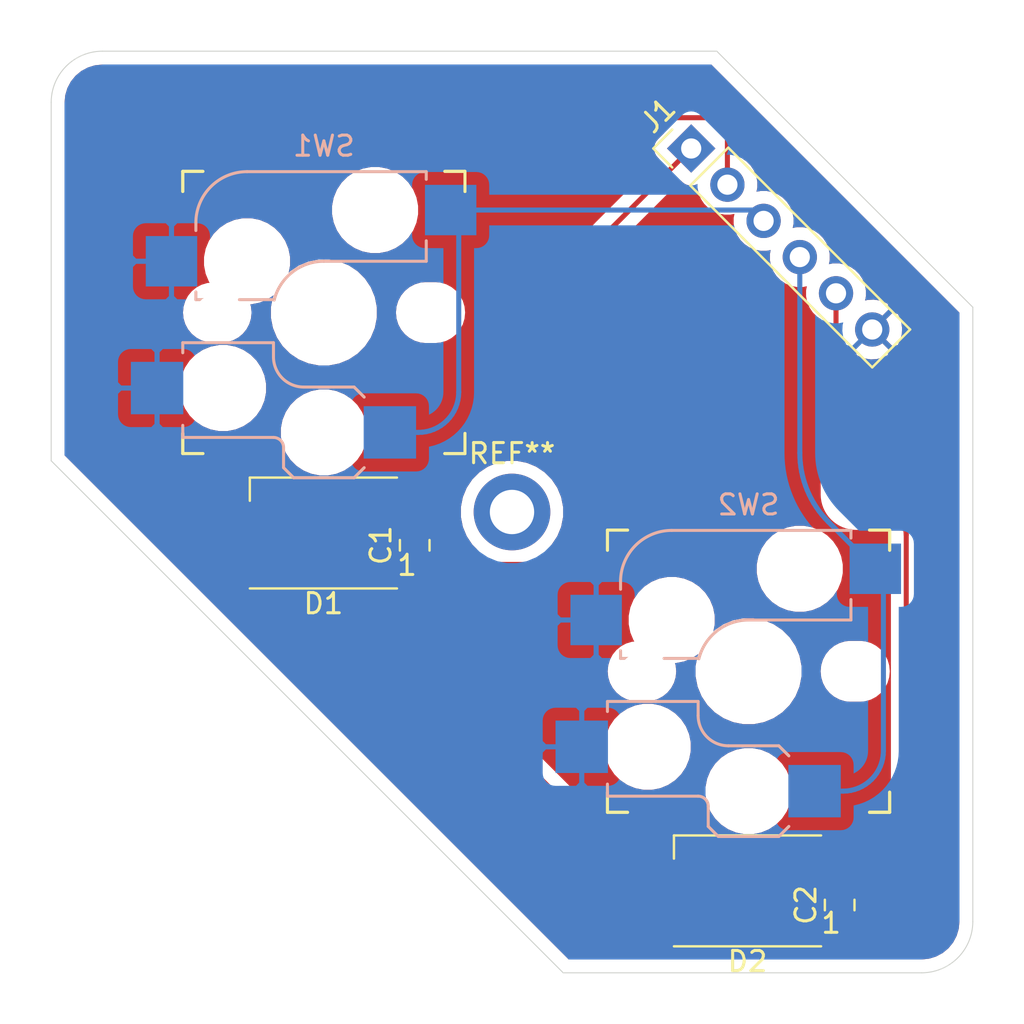
<source format=kicad_pcb>
(kicad_pcb (version 20221018) (generator pcbnew)
  (layers (0 "F.Cu" signal) (31 "B.Cu" signal) (34 "B.Paste" user) (35 "F.Paste" user) (36 "B.SilkS" user "B.Silkscreen") (37 "F.SilkS" user "F.Silkscreen") (38 "B.Mask" user) (39 "F.Mask" user) (44 "Edge.Cuts" user))
  (net 0 "")
  (net 1 "GND")
  (net 2 "+5V")
  (net 3 "LED_OUT")
  (net 4 "LED_IN")
  (net 5 "BTN_MODY")
  (net 6 "BTN_MODX")
  (net 7 "Net-(D1-Pad2)")
  (footprint "Capacitor_SMD:C_0805_2012Metric" (layer "F.Cu") (at 139.954 95.631 90)
    (fp_text reference "C1" (at 0 -1.68 90) (layer "F.SilkS"))
    (fp_text value "C")
    (fp_line (start -0.261252 -0.735) (end 0.261252 -0.735) (stroke (width 0.12)) (layer "F.SilkS"))
    (fp_line (start -0.261252 0.735) (end 0.261252 0.735) (stroke (width 0.12)) (layer "F.SilkS"))
    (pad "1" smd roundrect (at -0.95 0 90) (size 1 1.45) (layers "F.Cu" "F.Paste" "F.Mask") (net 2 "+5V"))
    (pad "2" smd roundrect (at 0.95 0 90) (size 1 1.45) (layers "F.Cu" "F.Paste" "F.Mask") (net 1 "GND"))
  )
  (footprint "LED_SMD:LED_WS2812B_PLCC4_5.0x5.0mm_P3.2mm" (layer "F.Cu") (at 135.424 95.023 180)
    (fp_text reference "D1" (at 0 -3.5) (layer "F.SilkS"))
    (fp_text value "WS2812B")
    (fp_text user "1" (at -4.15 -1.6) (layer "F.SilkS"))
    (fp_line (start -3.65 -2.75) (end 3.65 -2.75) (stroke (width 0.12)) (layer "F.SilkS"))
    (fp_line (start -3.65 2.75) (end 3.65 2.75) (stroke (width 0.12)) (layer "F.SilkS"))
    (fp_line (start 3.65 2.75) (end 3.65 1.6) (stroke (width 0.12)) (layer "F.SilkS"))
    (pad "1" smd rect (at -2.45 -1.6 180) (size 1.5 1) (layers "F.Cu" "F.Paste" "F.Mask") (net 2 "+5V"))
    (pad "2" smd rect (at -2.45 1.6 180) (size 1.5 1) (layers "F.Cu" "F.Paste" "F.Mask") (net 7 "Net-(D1-Pad2)"))
    (pad "3" smd rect (at 2.45 1.6 180) (size 1.5 1) (layers "F.Cu" "F.Paste" "F.Mask") (net 1 "GND"))
    (pad "4" smd rect (at 2.45 -1.6 180) (size 1.5 1) (layers "F.Cu" "F.Paste" "F.Mask") (net 4 "LED_IN"))
  )
  (footprint "Connector_PinHeader_2.54mm:PinHeader_1x06_P2.54mm_Vertical" (layer "F.Cu") (at 153.67 75.946 45)
    (fp_text reference "J1" (at 0 -2.33 45) (layer "F.SilkS"))
    (fp_text value "Conn_01x06")
    (fp_line (start -1.33 -1.33) (end 0 -1.33) (stroke (width 0.12)) (layer "F.SilkS"))
    (fp_line (start -1.33 0) (end -1.33 -1.33) (stroke (width 0.12)) (layer "F.SilkS"))
    (fp_line (start -1.33 1.27) (end -1.33 14.03) (stroke (width 0.12)) (layer "F.SilkS"))
    (fp_line (start -1.33 1.27) (end 1.33 1.27) (stroke (width 0.12)) (layer "F.SilkS"))
    (fp_line (start -1.33 14.03) (end 1.33 14.03) (stroke (width 0.12)) (layer "F.SilkS"))
    (fp_line (start 1.33 1.27) (end 1.33 14.03) (stroke (width 0.12)) (layer "F.SilkS"))
    (pad "1" thru_hole rect (at 0 0 45) (size 1.7 1.7) (drill 1) (layers "*.Cu" "*.Mask") (net 2 "+5V"))
    (pad "2" thru_hole oval (at 0 2.54 45) (size 1.7 1.7) (drill 1) (layers "*.Cu" "*.Mask") (net 4 "LED_IN"))
    (pad "3" thru_hole oval (at 0 5.08 45) (size 1.7 1.7) (drill 1) (layers "*.Cu" "*.Mask") (net 6 "BTN_MODX"))
    (pad "4" thru_hole oval (at 0 7.62 45) (size 1.7 1.7) (drill 1) (layers "*.Cu" "*.Mask") (net 5 "BTN_MODY"))
    (pad "5" thru_hole oval (at 0 10.16 45) (size 1.7 1.7) (drill 1) (layers "*.Cu" "*.Mask") (net 3 "LED_OUT"))
    (pad "6" thru_hole oval (at 0 12.7 45) (size 1.7 1.7) (drill 1) (layers "*.Cu" "*.Mask") (net 1 "GND"))
  )
  (footprint "mx+choc_socket:MX+Choc_socket" (layer "F.Cu") (at 137.986999 79.001)
    (fp_text reference "SW1" (at -2.54 -3.175) (layer "B.SilkS") (effects (justify mirror)))
    (fp_text value "SW_Push")
    (fp_line (start -9.54 6.58) (end -9.54 7.08) (stroke (width 0.15)) (layer "B.SilkS"))
    (fp_line (start -9.54 10.68) (end -9.54 11.28) (stroke (width 0.15)) (layer "B.SilkS"))
    (fp_line (start -9.54 11.28) (end -5.04 11.28) (stroke (width 0.15)) (layer "B.SilkS"))
    (fp_line (start -8.89 0.635) (end -8.89 1.016) (stroke (width 0.15)) (layer "B.SilkS"))
    (fp_line (start -8.89 4.064) (end -8.89 4.445) (stroke (width 0.15)) (layer "B.SilkS"))
    (fp_line (start -8.509 4.445) (end -8.89 4.445) (stroke (width 0.15)) (layer "B.SilkS"))
    (fp_line (start -6.35 -1.905) (end 2.54 -1.905) (stroke (width 0.15)) (layer "B.SilkS"))
    (fp_line (start -5.04 6.58) (end -9.54 6.58) (stroke (width 0.15)) (layer "B.SilkS"))
    (fp_line (start -5.04 7.28) (end -5.04 6.58) (stroke (width 0.15)) (layer "B.SilkS"))
    (fp_line (start -5.004162 4.445) (end -6.731 4.445) (stroke (width 0.15)) (layer "B.SilkS"))
    (fp_line (start -4.54 11.78) (end -4.54 12.78) (stroke (width 0.15)) (layer "B.SilkS"))
    (fp_line (start -4.04 13.28) (end -4.54 12.78) (stroke (width 0.15)) (layer "B.SilkS"))
    (fp_line (start -1.04 8.78) (end -3.54 8.78) (stroke (width 0.15)) (layer "B.SilkS"))
    (fp_line (start -1.04 13.28) (end -4.04 13.28) (stroke (width 0.15)) (layer "B.SilkS"))
    (fp_line (start -0.54 9.28) (end -1.04 8.78) (stroke (width 0.15)) (layer "B.SilkS"))
    (fp_line (start -0.54 12.78) (end -1.04 13.28) (stroke (width 0.15)) (layer "B.SilkS"))
    (fp_line (start 2.54 -1.905) (end 2.54 -1.524) (stroke (width 0.15)) (layer "B.SilkS"))
    (fp_line (start 2.54 1.524) (end 2.54 2.54) (stroke (width 0.15)) (layer "B.SilkS"))
    (fp_line (start 2.54 2.54) (end -2.54 2.54) (stroke (width 0.15)) (layer "B.SilkS"))
    (fp_arc (start -8.89 0.635) (mid -8.146051 -1.161051) (end -6.35 -1.905) (stroke (width 0.15)) (layer "B.SilkS"))
    (fp_arc (start -5.04 11.28) (mid -4.686447 11.426447) (end -4.54 11.78) (stroke (width 0.15)) (layer "B.SilkS"))
    (fp_arc (start -5.004162 4.46396) (mid -4.103147 3.077958) (end -2.54 2.54) (stroke (width 0.15)) (layer "B.SilkS"))
    (fp_arc (start -3.54 8.78) (mid -4.60066 8.34066) (end -5.04 7.28) (stroke (width 0.15)) (layer "B.SilkS"))
    (fp_line (start -9.54 -0.92) (end -9.54 -1.92) (stroke (width 0.15)) (layer "F.SilkS"))
    (fp_line (start -9.54 -0.92) (end -9.54 -1.92) (stroke (width 0.15)) (layer "F.SilkS"))
    (fp_line (start -9.54 12.08) (end -9.54 11.08) (stroke (width 0.15)) (layer "F.SilkS"))
    (fp_line (start -9.54 12.08) (end -9.54 11.08) (stroke (width 0.15)) (layer "F.SilkS"))
    (fp_line (start -9.54 12.08) (end -8.54 12.08) (stroke (width 0.15)) (layer "F.SilkS"))
    (fp_line (start -9.54 12.08) (end -8.54 12.08) (stroke (width 0.15)) (layer "F.SilkS"))
    (fp_line (start -8.54 -1.92) (end -9.54 -1.92) (stroke (width 0.15)) (layer "F.SilkS"))
    (fp_line (start -8.54 -1.92) (end -9.54 -1.92) (stroke (width 0.15)) (layer "F.SilkS"))
    (fp_line (start 3.46 12.08) (end 4.46 12.08) (stroke (width 0.15)) (layer "F.SilkS"))
    (fp_line (start 3.46 12.08) (end 4.46 12.08) (stroke (width 0.15)) (layer "F.SilkS"))
    (fp_line (start 4.46 -1.92) (end 3.46 -1.92) (stroke (width 0.15)) (layer "F.SilkS"))
    (fp_line (start 4.46 -1.92) (end 3.46 -1.92) (stroke (width 0.15)) (layer "F.SilkS"))
    (fp_line (start 4.46 -1.92) (end 4.46 -0.92) (stroke (width 0.15)) (layer "F.SilkS"))
    (fp_line (start 4.46 -1.92) (end 4.46 -0.92) (stroke (width 0.15)) (layer "F.SilkS"))
    (fp_line (start 4.46 11.08) (end 4.46 12.08) (stroke (width 0.15)) (layer "F.SilkS"))
    (fp_line (start 4.46 11.08) (end 4.46 12.08) (stroke (width 0.15)) (layer "F.SilkS"))
    (fp_line (start 4.46 12.08) (end 3.46 12.08) (stroke (width 0.15)) (layer "F.SilkS"))
    (pad "" np_thru_hole oval (at -7.82828 5.08508) (size 2.12 1.7) (drill oval 2.12 1.7) (layers "*.Cu" "*.Mask"))
    (pad "" np_thru_hole circle (at -7.54 8.83) (size 3 3) (drill 3) (layers "*.Cu" "*.Mask"))
    (pad "" np_thru_hole circle (at -6.35 2.54) (size 3 3) (drill 3) (layers "*.Cu" "*.Mask"))
    (pad "" np_thru_hole circle (at -2.54 5.08) (size 3.9878 3.9878) (drill 3.9878) (layers "*.Cu" "*.Mask"))
    (pad "" np_thru_hole circle (at -2.54 11.03) (size 3 3) (drill 3) (layers "*.Cu" "*.Mask"))
    (pad "" np_thru_hole circle (at 0 0) (size 3 3) (drill 3) (layers "*.Cu" "*.Mask"))
    (pad "" np_thru_hole oval (at 2.75082 5.08508) (size 2.15 1.75) (drill oval 2.15 1.75) (layers "*.Cu" "*.Mask"))
    (pad "1" smd rect (at 0.735 11.03) (size 2.6 2.6) (layers "B.Cu" "B.Paste" "B.Mask") (net 6 "BTN_MODX"))
    (pad "1" smd rect (at 3.75 0) (size 2.55 2.5) (layers "B.Cu" "B.Paste" "B.Mask") (net 6 "BTN_MODX"))
    (pad "2" smd rect (at -10.815 8.83) (size 2.6 2.6) (layers "B.Cu" "B.Paste" "B.Mask") (net 1 "GND"))
    (pad "2" smd rect (at -10.1 2.54) (size 2.55 2.5) (layers "B.Cu" "B.Paste" "B.Mask") (net 1 "GND"))
  )
  (footprint "mx+choc_socket:MX+Choc_socket" (layer "F.Cu") (at 159.054999 96.798)
    (fp_text reference "SW2" (at -2.54 -3.175) (layer "B.SilkS") (effects (justify mirror)))
    (fp_text value "SW_Push")
    (fp_line (start -9.54 6.58) (end -9.54 7.08) (stroke (width 0.15)) (layer "B.SilkS"))
    (fp_line (start -9.54 10.68) (end -9.54 11.28) (stroke (width 0.15)) (layer "B.SilkS"))
    (fp_line (start -9.54 11.28) (end -5.04 11.28) (stroke (width 0.15)) (layer "B.SilkS"))
    (fp_line (start -8.89 0.635) (end -8.89 1.016) (stroke (width 0.15)) (layer "B.SilkS"))
    (fp_line (start -8.89 4.064) (end -8.89 4.445) (stroke (width 0.15)) (layer "B.SilkS"))
    (fp_line (start -8.509 4.445) (end -8.89 4.445) (stroke (width 0.15)) (layer "B.SilkS"))
    (fp_line (start -6.35 -1.905) (end 2.54 -1.905) (stroke (width 0.15)) (layer "B.SilkS"))
    (fp_line (start -5.04 6.58) (end -9.54 6.58) (stroke (width 0.15)) (layer "B.SilkS"))
    (fp_line (start -5.04 7.28) (end -5.04 6.58) (stroke (width 0.15)) (layer "B.SilkS"))
    (fp_line (start -5.004162 4.445) (end -6.731 4.445) (stroke (width 0.15)) (layer "B.SilkS"))
    (fp_line (start -4.54 11.78) (end -4.54 12.78) (stroke (width 0.15)) (layer "B.SilkS"))
    (fp_line (start -4.04 13.28) (end -4.54 12.78) (stroke (width 0.15)) (layer "B.SilkS"))
    (fp_line (start -1.04 8.78) (end -3.54 8.78) (stroke (width 0.15)) (layer "B.SilkS"))
    (fp_line (start -1.04 13.28) (end -4.04 13.28) (stroke (width 0.15)) (layer "B.SilkS"))
    (fp_line (start -0.54 9.28) (end -1.04 8.78) (stroke (width 0.15)) (layer "B.SilkS"))
    (fp_line (start -0.54 12.78) (end -1.04 13.28) (stroke (width 0.15)) (layer "B.SilkS"))
    (fp_line (start 2.54 -1.905) (end 2.54 -1.524) (stroke (width 0.15)) (layer "B.SilkS"))
    (fp_line (start 2.54 1.524) (end 2.54 2.54) (stroke (width 0.15)) (layer "B.SilkS"))
    (fp_line (start 2.54 2.54) (end -2.54 2.54) (stroke (width 0.15)) (layer "B.SilkS"))
    (fp_arc (start -8.89 0.635) (mid -8.146051 -1.161051) (end -6.35 -1.905) (stroke (width 0.15)) (layer "B.SilkS"))
    (fp_arc (start -5.04 11.28) (mid -4.686447 11.426447) (end -4.54 11.78) (stroke (width 0.15)) (layer "B.SilkS"))
    (fp_arc (start -5.004162 4.46396) (mid -4.103147 3.077958) (end -2.54 2.54) (stroke (width 0.15)) (layer "B.SilkS"))
    (fp_arc (start -3.54 8.78) (mid -4.60066 8.34066) (end -5.04 7.28) (stroke (width 0.15)) (layer "B.SilkS"))
    (fp_line (start -9.54 -0.92) (end -9.54 -1.92) (stroke (width 0.15)) (layer "F.SilkS"))
    (fp_line (start -9.54 -0.92) (end -9.54 -1.92) (stroke (width 0.15)) (layer "F.SilkS"))
    (fp_line (start -9.54 12.08) (end -9.54 11.08) (stroke (width 0.15)) (layer "F.SilkS"))
    (fp_line (start -9.54 12.08) (end -9.54 11.08) (stroke (width 0.15)) (layer "F.SilkS"))
    (fp_line (start -9.54 12.08) (end -8.54 12.08) (stroke (width 0.15)) (layer "F.SilkS"))
    (fp_line (start -9.54 12.08) (end -8.54 12.08) (stroke (width 0.15)) (layer "F.SilkS"))
    (fp_line (start -8.54 -1.92) (end -9.54 -1.92) (stroke (width 0.15)) (layer "F.SilkS"))
    (fp_line (start -8.54 -1.92) (end -9.54 -1.92) (stroke (width 0.15)) (layer "F.SilkS"))
    (fp_line (start 3.46 12.08) (end 4.46 12.08) (stroke (width 0.15)) (layer "F.SilkS"))
    (fp_line (start 3.46 12.08) (end 4.46 12.08) (stroke (width 0.15)) (layer "F.SilkS"))
    (fp_line (start 4.46 -1.92) (end 3.46 -1.92) (stroke (width 0.15)) (layer "F.SilkS"))
    (fp_line (start 4.46 -1.92) (end 3.46 -1.92) (stroke (width 0.15)) (layer "F.SilkS"))
    (fp_line (start 4.46 -1.92) (end 4.46 -0.92) (stroke (width 0.15)) (layer "F.SilkS"))
    (fp_line (start 4.46 -1.92) (end 4.46 -0.92) (stroke (width 0.15)) (layer "F.SilkS"))
    (fp_line (start 4.46 11.08) (end 4.46 12.08) (stroke (width 0.15)) (layer "F.SilkS"))
    (fp_line (start 4.46 11.08) (end 4.46 12.08) (stroke (width 0.15)) (layer "F.SilkS"))
    (fp_line (start 4.46 12.08) (end 3.46 12.08) (stroke (width 0.15)) (layer "F.SilkS"))
    (pad "" np_thru_hole oval (at -7.82828 5.08508) (size 2.12 1.7) (drill oval 2.12 1.7) (layers "*.Cu" "*.Mask"))
    (pad "" np_thru_hole circle (at -7.54 8.83) (size 3 3) (drill 3) (layers "*.Cu" "*.Mask"))
    (pad "" np_thru_hole circle (at -6.35 2.54) (size 3 3) (drill 3) (layers "*.Cu" "*.Mask"))
    (pad "" np_thru_hole circle (at -2.54 5.08) (size 3.9878 3.9878) (drill 3.9878) (layers "*.Cu" "*.Mask"))
    (pad "" np_thru_hole circle (at -2.54 11.03) (size 3 3) (drill 3) (layers "*.Cu" "*.Mask"))
    (pad "" np_thru_hole circle (at 0 0) (size 3 3) (drill 3) (layers "*.Cu" "*.Mask"))
    (pad "" np_thru_hole oval (at 2.75082 5.08508) (size 2.15 1.75) (drill oval 2.15 1.75) (layers "*.Cu" "*.Mask"))
    (pad "1" smd rect (at 0.735 11.03) (size 2.6 2.6) (layers "B.Cu" "B.Paste" "B.Mask") (net 5 "BTN_MODY"))
    (pad "1" smd rect (at 3.75 0) (size 2.55 2.5) (layers "B.Cu" "B.Paste" "B.Mask") (net 5 "BTN_MODY"))
    (pad "2" smd rect (at -10.815 8.83) (size 2.6 2.6) (layers "B.Cu" "B.Paste" "B.Mask") (net 1 "GND"))
    (pad "2" smd rect (at -10.1 2.54) (size 2.55 2.5) (layers "B.Cu" "B.Paste" "B.Mask") (net 1 "GND"))
  )
  (footprint "LED_SMD:LED_WS2812B_PLCC4_5.0x5.0mm_P3.2mm" (layer "F.Cu") (at 156.464 112.776 180)
    (fp_text reference "D2" (at 0 -3.5) (layer "F.SilkS"))
    (fp_text value "WS2812B")
    (fp_text user "1" (at -4.15 -1.6) (layer "F.SilkS"))
    (fp_line (start -3.65 -2.75) (end 3.65 -2.75) (stroke (width 0.12)) (layer "F.SilkS"))
    (fp_line (start -3.65 2.75) (end 3.65 2.75) (stroke (width 0.12)) (layer "F.SilkS"))
    (fp_line (start 3.65 2.75) (end 3.65 1.6) (stroke (width 0.12)) (layer "F.SilkS"))
    (pad "1" smd rect (at -2.45 -1.6 180) (size 1.5 1) (layers "F.Cu" "F.Paste" "F.Mask") (net 2 "+5V"))
    (pad "2" smd rect (at -2.45 1.6 180) (size 1.5 1) (layers "F.Cu" "F.Paste" "F.Mask") (net 3 "LED_OUT"))
    (pad "3" smd rect (at 2.45 1.6 180) (size 1.5 1) (layers "F.Cu" "F.Paste" "F.Mask") (net 1 "GND"))
    (pad "4" smd rect (at 2.45 -1.6 180) (size 1.5 1) (layers "F.Cu" "F.Paste" "F.Mask") (net 7 "Net-(D1-Pad2)"))
  )
  (footprint "Capacitor_SMD:C_0805_2012Metric" (layer "F.Cu") (at 161.036 113.477001 90)
    (fp_text reference "C2" (at 0 -1.68 90) (layer "F.SilkS"))
    (fp_text value "C")
    (fp_line (start -0.261252 -0.735) (end 0.261252 -0.735) (stroke (width 0.12)) (layer "F.SilkS"))
    (fp_line (start -0.261252 0.735) (end 0.261252 0.735) (stroke (width 0.12)) (layer "F.SilkS"))
    (pad "1" smd roundrect (at -0.95 0 90) (size 1 1.45) (layers "F.Cu" "F.Paste" "F.Mask") (net 2 "+5V"))
    (pad "2" smd roundrect (at 0.95 0 90) (size 1 1.45) (layers "F.Cu" "F.Paste" "F.Mask") (net 1 "GND"))
  )
  (footprint "MountingHole:MountingHole_2.2mm_M2_DIN965_Pad" (layer "F.Cu") (at 144.78 93.98)
    (fp_text reference "REF**" (at 0 -2.9) (layer "F.SilkS"))
    (fp_text value "MountingHole_2.2mm_M2_DIN965_Pad")
    (pad "1" thru_hole circle (at 0 0) (size 3.8 3.8) (drill 2.2) (layers "*.Cu" "*.Mask"))
  )
  (gr_line (start 121.92 91.44) (end 121.92 73.66) (stroke (width 0.05)) (layer "Edge.Cuts"))
  (gr_line (start 154.94 71.12) (end 124.46 71.12) (stroke (width 0.05)) (layer "Edge.Cuts"))
  (gr_line (start 167.64 83.82) (end 167.64 114.3) (stroke (width 0.05)) (layer "Edge.Cuts"))
  (gr_arc (start 167.64 114.3) (mid 166.896051 116.096051) (end 165.1 116.84) (stroke (width 0.05)) (layer "Edge.Cuts"))
  (gr_line (start 154.94 71.12) (end 167.64 83.82) (stroke (width 0.05)) (layer "Edge.Cuts"))
  (gr_arc (start 121.92 73.66) (mid 122.663949 71.863949) (end 124.46 71.12) (stroke (width 0.05)) (layer "Edge.Cuts"))
  (gr_line (start 147.32 116.84) (end 121.92 91.44) (stroke (width 0.05)) (layer "Edge.Cuts"))
  (gr_line (start 165.1 116.84) (end 147.32 116.84) (stroke (width 0.05)) (layer "Edge.Cuts"))
  (segment (start 142.662797 103.665573) (end 142.508001 103.486121) (width 0.25) (layer "F.Cu") (net 2))
  (segment (start 148.449541 81.686237) (end 148.364249 81.907348) (width 0.25) (layer "F.Cu") (net 2))
  (segment (start 151.282691 112.089052) (end 151.082469 111.962263) (width 0.25) (layer "F.Cu") (net 2))
  (segment (start 152.138351 112.493749) (end 151.91724 112.408457) (width 0.25) (layer "F.Cu") (net 2))
  (segment (start 148.082 83.533997) (end 148.082 94.581) (width 0.25) (layer "F.Cu") (net 2))
  (segment (start 151.700581 112.312419) (end 151.488894 112.205865) (width 0.25) (layer "F.Cu") (net 2))
  (segment (start 160.984999 114.376) (end 161.036 114.427001) (width 0.25) (layer "F.Cu") (net 2))
  (segment (start 148.087815 83.297077) (end 148.082 83.533997) (width 0.25) (layer "F.Cu") (net 2))
  (segment (start 142.098945 102.905307) (end 141.982133 102.699104) (width 0.25) (layer "F.Cu") (net 2))
  (segment (start 141.875579 102.487418) (end 141.77954 102.270759) (width 0.25) (layer "F.Cu") (net 2))
  (segment (start 147.496213 95.995213) (end 147.62802 95.849786) (width 0.25) (layer "F.Cu") (net 2))
  (segment (start 141.504775 101.364979) (end 141.464259 101.131477) (width 0.25) (layer "F.Cu") (net 2))
  (segment (start 153.765 112.776) (end 153.52808 112.770183) (width 0.25) (layer "F.Cu") (net 2))
  (segment (start 148.072369 94.777034) (end 148.082 94.581) (width 0.25) (layer "F.Cu") (net 2))
  (segment (start 148.364249 81.907348) (end 148.289909 82.132378) (width 0.25) (layer "F.Cu") (net 2))
  (segment (start 148.54558 81.469578) (end 148.449541 81.686237) (width 0.25) (layer "F.Cu") (net 2))
  (segment (start 141.412 100.423) (end 141.412 96.581) (width 0.25) (layer "F.Cu") (net 2))
  (segment (start 139.954 96.581) (end 137.916 96.581) (width 0.25) (layer "F.Cu") (net 2))
  (segment (start 147.62802 95.849786) (end 147.744939 95.69214) (width 0.25) (layer "F.Cu") (net 2))
  (segment (start 141.982133 102.699104) (end 141.875579 102.487418) (width 0.25) (layer "F.Cu") (net 2))
  (segment (start 149.496213 80.119783) (end 153.67 75.946) (width 0.25) (layer "F.Cu") (net 2))
  (segment (start 137.916 96.581) (end 137.874 96.623) (width 0.25) (layer "F.Cu") (net 2))
  (segment (start 149.178001 80.470874) (end 149.032197 80.657705) (width 0.25) (layer "F.Cu") (net 2))
  (segment (start 146.47218 96.54257) (end 146.662569 96.49488) (width 0.25) (layer "F.Cu") (net 2))
  (segment (start 158.914 114.376) (end 160.984999 114.376) (width 0.25) (layer "F.Cu") (net 2))
  (segment (start 141.5567 101.596212) (end 141.504775 101.364979) (width 0.25) (layer "F.Cu") (net 2))
  (segment (start 152.591787 112.631298) (end 152.363381 112.568089) (width 0.25) (layer "F.Cu") (net 2))
  (segment (start 148.134259 82.825519) (end 148.105249 83.060728) (width 0.25) (layer "F.Cu") (net 2))
  (segment (start 148.226701 82.360784) (end 148.174776 82.592017) (width 0.25) (layer "F.Cu") (net 2))
  (segment (start 148.174776 82.592017) (end 148.134259 82.825519) (width 0.25) (layer "F.Cu") (net 2))
  (segment (start 149.032197 80.657705) (end 148.895736 80.851466) (width 0.25) (layer "F.Cu") (net 2))
  (segment (start 153.52808 112.770183) (end 153.291731 112.752749) (width 0.25) (layer "F.Cu") (net 2))
  (segment (start 147.350786 96.12702) (end 147.496213 95.995213) (width 0.25) (layer "F.Cu") (net 2))
  (segment (start 157.314 112.776) (end 158.914 114.376) (width 0.25) (layer "F.Cu") (net 2))
  (segment (start 146.847366 96.428759) (end 147.024793 96.344842) (width 0.25) (layer "F.Cu") (net 2))
  (segment (start 141.417814 100.659919) (end 141.412 100.423) (width 0.25) (layer "F.Cu") (net 2))
  (segment (start 142.508001 103.486121) (end 142.362196 103.29929) (width 0.25) (layer "F.Cu") (net 2))
  (segment (start 141.464259 101.131477) (end 141.435248 100.896268) (width 0.25) (layer "F.Cu") (net 2))
  (segment (start 151.488894 112.205865) (end 151.282691 112.089052) (width 0.25) (layer "F.Cu") (net 2))
  (segment (start 148.105249 83.060728) (end 148.087815 83.297077) (width 0.25) (layer "F.Cu") (net 2))
  (segment (start 153.765 112.776) (end 157.314 112.776) (width 0.25) (layer "F.Cu") (net 2))
  (segment (start 141.619909 101.824618) (end 141.5567 101.596212) (width 0.25) (layer "F.Cu") (net 2))
  (segment (start 146.082 96.581) (end 141.412 96.581) (width 0.25) (layer "F.Cu") (net 2))
  (segment (start 146.662569 96.49488) (end 146.847366 96.428759) (width 0.25) (layer "F.Cu") (net 2))
  (segment (start 153.056522 112.723739) (end 152.82302 112.683223) (width 0.25) (layer "F.Cu") (net 2))
  (segment (start 141.694248 102.049648) (end 141.619909 101.824618) (width 0.25) (layer "F.Cu") (net 2))
  (segment (start 152.363381 112.568089) (end 152.138351 112.493749) (width 0.25) (layer "F.Cu") (net 2))
  (segment (start 146.082 96.581) (end 146.278034 96.571369) (width 0.25) (layer "F.Cu") (net 2))
  (segment (start 147.19314 96.243939) (end 147.350786 96.12702) (width 0.25) (layer "F.Cu") (net 2))
  (segment (start 148.289909 82.132378) (end 148.226701 82.360784) (width 0.25) (layer "F.Cu") (net 2))
  (segment (start 147.845842 95.523793) (end 147.929759 95.346366) (width 0.25) (layer "F.Cu") (net 2))
  (segment (start 150.888708 111.825801) (end 150.701877 111.679997) (width 0.25) (layer "F.Cu") (net 2))
  (segment (start 153.291731 112.752749) (end 153.056522 112.723739) (width 0.25) (layer "F.Cu") (net 2))
  (segment (start 150.350786 111.361786) (end 142.826213 103.837213) (width 0.25) (layer "F.Cu") (net 2))
  (segment (start 148.04357 94.97118) (end 148.072369 94.777034) (width 0.25) (layer "F.Cu") (net 2))
  (segment (start 150.522425 111.525201) (end 150.350786 111.361786) (width 0.25) (layer "F.Cu") (net 2))
  (segment (start 142.362196 103.29929) (end 142.225735 103.10553) (width 0.25) (layer "F.Cu") (net 2))
  (segment (start 146.278034 96.571369) (end 146.47218 96.54257) (width 0.25) (layer "F.Cu") (net 2))
  (segment (start 147.99588 95.161569) (end 148.04357 94.97118) (width 0.25) (layer "F.Cu") (net 2))
  (segment (start 142.826213 103.837213) (end 142.662797 103.665573) (width 0.25) (layer "F.Cu") (net 2))
  (segment (start 141.77954 102.270759) (end 141.694248 102.049648) (width 0.25) (layer "F.Cu") (net 2))
  (segment (start 147.929759 95.346366) (end 147.99588 95.161569) (width 0.25) (layer "F.Cu") (net 2))
  (segment (start 149.332797 80.291422) (end 149.178001 80.470874) (width 0.25) (layer "F.Cu") (net 2))
  (segment (start 152.82302 112.683223) (end 152.591787 112.631298) (width 0.25) (layer "F.Cu") (net 2))
  (segment (start 149.496213 80.119783) (end 149.332797 80.291422) (width 0.25) (layer "F.Cu") (net 2))
  (segment (start 147.024793 96.344842) (end 147.19314 96.243939) (width 0.25) (layer "F.Cu") (net 2))
  (segment (start 148.768946 81.051689) (end 148.652133 81.257891) (width 0.25) (layer "F.Cu") (net 2))
  (segment (start 151.91724 112.408457) (end 151.700581 112.312419) (width 0.25) (layer "F.Cu") (net 2))
  (segment (start 151.082469 111.962263) (end 150.888708 111.825801) (width 0.25) (layer "F.Cu") (net 2))
  (segment (start 142.225735 103.10553) (end 142.098945 102.905307) (width 0.25) (layer "F.Cu") (net 2))
  (segment (start 141.435248 100.896268) (end 141.417814 100.659919) (width 0.25) (layer "F.Cu") (net 2))
  (segment (start 141.412 96.581) (end 139.954 96.581) (width 0.25) (layer "F.Cu") (net 2))
  (segment (start 150.701877 111.679997) (end 150.522425 111.525201) (width 0.25) (layer "F.Cu") (net 2))
  (segment (start 148.652133 81.257891) (end 148.54558 81.469578) (width 0.25) (layer "F.Cu") (net 2))
  (segment (start 147.744939 95.69214) (end 147.845842 95.523793) (width 0.25) (layer "F.Cu") (net 2))
  (segment (start 148.895736 80.851466) (end 148.768946 81.051689) (width 0.25) (layer "F.Cu") (net 2))
  (segment (start 160.972283 93.578396) (end 161.022735 93.66257) (width 0.25) (layer "F.Cu") (net 3))
  (segment (start 164.185759 109.941366) (end 164.25188 109.756569) (width 0.25) (layer "F.Cu") (net 3))
  (segment (start 163.280793 110.939842) (end 163.44914 110.838939) (width 0.25) (layer "F.Cu") (net 3))
  (segment (start 161.219811 93.88001) (end 161.298634 93.938469) (width 0.25) (layer "F.Cu") (net 3))
  (segment (start 163.809396 94.225078) (end 163.89357 94.27553) (width 0.25) (layer "F.Cu") (net 3))
  (segment (start 163.752213 110.590213) (end 163.88402 110.444786) (width 0.25) (layer "F.Cu") (net 3))
  (segment (start 163.103366 111.023759) (end 163.280793 110.939842) (width 0.25) (layer "F.Cu") (net 3))
  (segment (start 161.56392 94.06394) (end 161.659114 94.087785) (width 0.25) (layer "F.Cu") (net 3))
  (segment (start 162.338 111.176) (end 158.914 111.176) (width 0.25) (layer "F.Cu") (net 3))
  (segment (start 164.29957 109.56618) (end 164.328369 109.372034) (width 0.25) (layer "F.Cu") (net 3))
  (segment (start 164.261879 94.724316) (end 164.29494 94.816715) (width 0.25) (layer "F.Cu") (net 3))
  (segment (start 163.44914 110.838939) (end 163.606786 110.72202) (width 0.25) (layer "F.Cu") (net 3))
  (segment (start 161.022735 93.66257) (end 161.081194 93.741393) (width 0.25) (layer "F.Cu") (net 3))
  (segment (start 160.854205 93.107) (end 160.85902 93.205017) (width 0.25) (layer "F.Cu") (net 3))
  (segment (start 163.88402 110.444786) (end 164.000939 110.28714) (width 0.25) (layer "F.Cu") (net 3))
  (segment (start 162.72818 111.13757) (end 162.918569 111.08988) (width 0.25) (layer "F.Cu") (net 3))
  (segment (start 162.338 111.176) (end 162.534034 111.166369) (width 0.25) (layer "F.Cu") (net 3))
  (segment (start 161.756187 94.102184) (end 161.854205 94.107) (width 0.25) (layer "F.Cu") (net 3))
  (segment (start 163.972393 94.333989) (end 164.045106 94.399893) (width 0.25) (layer "F.Cu") (net 3))
  (segment (start 161.081194 93.741393) (end 161.147098 93.814106) (width 0.25) (layer "F.Cu") (net 3))
  (segment (start 161.147098 93.814106) (end 161.219811 93.88001) (width 0.25) (layer "F.Cu") (net 3))
  (segment (start 164.333184 95.008982) (end 164.338 95.107) (width 0.25) (layer "F.Cu") (net 3))
  (segment (start 161.298634 93.938469) (end 161.382808 93.988921) (width 0.25) (layer "F.Cu") (net 3))
  (segment (start 161.659114 94.087785) (end 161.756187 94.102184) (width 0.25) (layer "F.Cu") (net 3))
  (segment (start 160.854205 93.107) (end 160.854205 83.130205) (width 0.25) (layer "F.Cu") (net 3))
  (segment (start 164.000939 110.28714) (end 164.101842 110.118793) (width 0.25) (layer "F.Cu") (net 3))
  (segment (start 161.382808 93.988921) (end 161.471521 94.030879) (width 0.25) (layer "F.Cu") (net 3))
  (segment (start 163.338 94.107) (end 163.436017 94.111815) (width 0.25) (layer "F.Cu") (net 3))
  (segment (start 160.897264 93.397284) (end 160.930325 93.489683) (width 0.25) (layer "F.Cu") (net 3))
  (segment (start 162.918569 111.08988) (end 163.103366 111.023759) (width 0.25) (layer "F.Cu") (net 3))
  (segment (start 164.101842 110.118793) (end 164.185759 109.941366) (width 0.25) (layer "F.Cu") (net 3))
  (segment (start 163.338 94.107) (end 161.854205 94.107) (width 0.25) (layer "F.Cu") (net 3))
  (segment (start 163.606786 110.72202) (end 163.752213 110.590213) (width 0.25) (layer "F.Cu") (net 3))
  (segment (start 164.219921 94.635603) (end 164.261879 94.724316) (width 0.25) (layer "F.Cu") (net 3))
  (segment (start 163.89357 94.27553) (end 163.972393 94.333989) (width 0.25) (layer "F.Cu") (net 3))
  (segment (start 160.930325 93.489683) (end 160.972283 93.578396) (width 0.25) (layer "F.Cu") (net 3))
  (segment (start 161.471521 94.030879) (end 161.56392 94.06394) (width 0.25) (layer "F.Cu") (net 3))
  (segment (start 164.25188 109.756569) (end 164.29957 109.56618) (width 0.25) (layer "F.Cu") (net 3))
  (segment (start 164.11101 94.472606) (end 164.169469 94.551429) (width 0.25) (layer "F.Cu") (net 3))
  (segment (start 164.045106 94.399893) (end 164.11101 94.472606) (width 0.25) (layer "F.Cu") (net 3))
  (segment (start 160.873419 93.30209) (end 160.897264 93.397284) (width 0.25) (layer "F.Cu") (net 3))
  (segment (start 160.85902 93.205017) (end 160.873419 93.30209) (width 0.25) (layer "F.Cu") (net 3))
  (segment (start 164.169469 94.551429) (end 164.219921 94.635603) (width 0.25) (layer "F.Cu") (net 3))
  (segment (start 163.436017 94.111815) (end 163.53309 94.126214) (width 0.25) (layer "F.Cu") (net 3))
  (segment (start 163.53309 94.126214) (end 163.628284 94.150059) (width 0.25) (layer "F.Cu") (net 3))
  (segment (start 164.318785 94.911909) (end 164.333184 95.008982) (width 0.25) (layer "F.Cu") (net 3))
  (segment (start 164.338 95.107) (end 164.338 109.176) (width 0.25) (layer "F.Cu") (net 3))
  (segment (start 164.29494 94.816715) (end 164.318785 94.911909) (width 0.25) (layer "F.Cu") (net 3))
  (segment (start 163.628284 94.150059) (end 163.720683 94.18312) (width 0.25) (layer "F.Cu") (net 3))
  (segment (start 162.534034 111.166369) (end 162.72818 111.13757) (width 0.25) (layer "F.Cu") (net 3))
  (segment (start 163.720683 94.18312) (end 163.809396 94.225078) (width 0.25) (layer "F.Cu") (net 3))
  (segment (start 164.328369 109.372034) (end 164.338 109.176) (width 0.25) (layer "F.Cu") (net 3))
  (segment (start 124.552775 89.873979) (end 124.512259 89.640477) (width 0.25) (layer "F.Cu") (net 4))
  (segment (start 124.61224 75.653541) (end 124.546119 75.838338) (width 0.25) (layer "F.Cu") (net 4))
  (segment (start 125.874213 92.346213) (end 125.710797 92.174573) (width 0.25) (layer "F.Cu") (net 4))
  (segment (start 124.498429 76.028727) (end 124.46963 76.222873) (width 0.25) (layer "F.Cu") (net 4))
  (segment (start 155.347972 74.947511) (end 155.29752 74.863337) (width 0.25) (layer "F.Cu") (net 4))
  (segment (start 124.923579 90.996418) (end 124.82754 90.779759) (width 0.25) (layer "F.Cu") (net 4))
  (segment (start 131.20902 96.530223) (end 130.977787 96.478298) (width 0.25) (layer "F.Cu") (net 4))
  (segment (start 129.668691 95.936052) (end 129.468469 95.809263) (width 0.25) (layer "F.Cu") (net 4))
  (segment (start 155.100444 74.645897) (end 155.021621 74.587438) (width 0.25) (layer "F.Cu") (net 4))
  (segment (start 130.086581 96.159419) (end 129.874894 96.052865) (width 0.25) (layer "F.Cu") (net 4))
  (segment (start 124.512259 89.640477) (end 124.483248 89.405268) (width 0.25) (layer "F.Cu") (net 4))
  (segment (start 130.749381 96.415089) (end 130.524351 96.340749) (width 0.25) (layer "F.Cu") (net 4))
  (segment (start 130.30324 96.255457) (end 130.086581 96.159419) (width 0.25) (layer "F.Cu") (net 4))
  (segment (start 154.564068 74.423723) (end 154.466051 74.418908) (width 0.25) (layer "F.Cu") (net 4))
  (segment (start 125.191213 74.872887) (end 125.045786 75.004694) (width 0.25) (layer "F.Cu") (net 4))
  (segment (start 126.46 74.418908) (end 126.263965 74.428538) (width 0.25) (layer "F.Cu") (net 4))
  (segment (start 155.466051 75.418908) (end 155.466051 77.742051) (width 0.25) (layer "F.Cu") (net 4))
  (segment (start 125.410196 91.80829) (end 125.273735 91.61453) (width 0.25) (layer "F.Cu") (net 4))
  (segment (start 155.446836 75.223817) (end 155.422991 75.128623) (width 0.25) (layer "F.Cu") (net 4))
  (segment (start 154.756335 74.461967) (end 154.661141 74.438122) (width 0.25) (layer "F.Cu") (net 4))
  (segment (start 125.273735 91.61453) (end 125.146945 91.414307) (width 0.25) (layer "F.Cu") (net 4))
  (segment (start 132.151 96.623) (end 131.91408 96.617183) (width 0.25) (layer "F.Cu") (net 4))
  (segment (start 124.82754 90.779759) (end 124.742248 90.558648) (width 0.25) (layer "F.Cu") (net 4))
  (segment (start 128.908425 95.372201) (end 128.736786 95.208786) (width 0.25) (layer "F.Cu") (net 4))
  (segment (start 131.677731 96.599749) (end 131.442522 96.570739) (width 0.25) (layer "F.Cu") (net 4))
  (segment (start 155.239061 74.784514) (end 155.173157 74.711801) (width 0.25) (layer "F.Cu") (net 4))
  (segment (start 124.696157 75.476114) (end 124.61224 75.653541) (width 0.25) (layer "F.Cu") (net 4))
  (segment (start 154.848734 74.495028) (end 154.756335 74.461967) (width 0.25) (layer "F.Cu") (net 4))
  (segment (start 154.661141 74.438122) (end 154.564068 74.423723) (width 0.25) (layer "F.Cu") (net 4))
  (segment (start 124.46 88.932) (end 124.46 76.418908) (width 0.25) (layer "F.Cu") (net 4))
  (segment (start 130.977787 96.478298) (end 130.749381 96.415089) (width 0.25) (layer "F.Cu") (net 4))
  (segment (start 125.146945 91.414307) (end 125.030133 91.208104) (width 0.25) (layer "F.Cu") (net 4))
  (segment (start 129.087877 95.526997) (end 128.908425 95.372201) (width 0.25) (layer "F.Cu") (net 4))
  (segment (start 126.263965 74.428538) (end 126.069819 74.457337) (width 0.25) (layer "F.Cu") (net 4))
  (segment (start 125.348859 74.755968) (end 125.191213 74.872887) (width 0.25) (layer "F.Cu") (net 4))
  (segment (start 125.030133 91.208104) (end 124.923579 90.996418) (width 0.25) (layer "F.Cu") (net 4))
  (segment (start 124.913979 75.150121) (end 124.79706 75.307767) (width 0.25) (layer "F.Cu") (net 4))
  (segment (start 154.937447 74.536986) (end 154.848734 74.495028) (width 0.25) (layer "F.Cu") (net 4))
  (segment (start 131.442522 96.570739) (end 131.20902 96.530223) (width 0.25) (layer "F.Cu") (net 4))
  (segment (start 126.069819 74.457337) (end 125.87943 74.505027) (width 0.25) (layer "F.Cu") (net 4))
  (segment (start 124.465814 89.168919) (end 124.46 88.932) (width 0.25) (layer "F.Cu") (net 4))
  (segment (start 125.694633 74.571148) (end 125.517206 74.655065) (width 0.25) (layer "F.Cu") (net 4))
  (segment (start 124.79706 75.307767) (end 124.696157 75.476114) (width 0.25) (layer "F.Cu") (net 4))
  (segment (start 128.736786 95.208786) (end 125.874213 92.346213) (width 0.25) (layer "F.Cu") (net 4))
  (segment (start 124.46963 76.222873) (end 124.46 76.418908) (width 0.25) (layer "F.Cu") (net 4))
  (segment (start 125.87943 74.505027) (end 125.694633 74.571148) (width 0.25) (layer "F.Cu") (net 4))
  (segment (start 155.29752 74.863337) (end 155.239061 74.784514) (width 0.25) (layer "F.Cu") (net 4))
  (segment (start 155.422991 75.128623) (end 155.38993 75.036224) (width 0.25) (layer "F.Cu") (net 4))
  (segment (start 130.524351 96.340749) (end 130.30324 96.255457) (width 0.25) (layer "F.Cu") (net 4))
  (segment (start 124.667909 90.333618) (end 124.6047 90.105212) (width 0.25) (layer "F.Cu") (net 4))
  (segment (start 155.021621 74.587438) (end 154.937447 74.536986) (width 0.25) (layer "F.Cu") (net 4))
  (segment (start 125.710797 92.174573) (end 125.556001 91.995121) (width 0.25) (layer "F.Cu") (net 4))
  (segment (start 124.742248 90.558648) (end 124.667909 90.333618) (width 0.25) (layer "F.Cu") (net 4))
  (segment (start 124.546119 75.838338) (end 124.498429 76.028727) (width 0.25) (layer "F.Cu") (net 4))
  (segment (start 125.517206 74.655065) (end 125.348859 74.755968) (width 0.25) (layer "F.Cu") (net 4))
  (segment (start 155.466051 75.418908) (end 155.461235 75.32089) (width 0.25) (layer "F.Cu") (net 4))
  (segment (start 124.483248 89.405268) (end 124.465814 89.168919) (width 0.25) (layer "F.Cu") (net 4))
  (segment (start 125.045786 75.004694) (end 124.913979 75.150121) (width 0.25) (layer "F.Cu") (net 4))
  (segment (start 125.556001 91.995121) (end 125.410196 91.80829) (width 0.25) (layer "F.Cu") (net 4))
  (segment (start 129.468469 95.809263) (end 129.274708 95.672801) (width 0.25) (layer "F.Cu") (net 4))
  (segment (start 154.466051 74.418908) (end 126.46 74.418908) (width 0.25) (layer "F.Cu") (net 4))
  (segment (start 124.6047 90.105212) (end 124.552775 89.873979) (width 0.25) (layer "F.Cu") (net 4))
  (segment (start 155.38993 75.036224) (end 155.347972 74.947511) (width 0.25) (layer "F.Cu") (net 4))
  (segment (start 155.461235 75.32089) (end 155.446836 75.223817) (width 0.25) (layer "F.Cu") (net 4))
  (segment (start 132.151 96.623) (end 132.974 96.623) (width 0.25) (layer "F.Cu") (net 4))
  (segment (start 129.274708 95.672801) (end 129.087877 95.526997) (width 0.25) (layer "F.Cu") (net 4))
  (segment (start 131.91408 96.617183) (end 131.677731 96.599749) (width 0.25) (layer "F.Cu") (net 4))
  (segment (start 155.173157 74.711801) (end 155.100444 74.645897) (width 0.25) (layer "F.Cu") (net 4))
  (segment (start 129.874894 96.052865) (end 129.668691 95.936052) (width 0.25) (layer "F.Cu") (net 4))
  (segment (start 161.971195 107.675759) (end 162.148622 107.591842) (width 0.25) (layer "B.Cu") (net 5))
  (segment (start 160.308952 94.293727) (end 160.472367 94.465368) (width 0.25) (layer "B.Cu") (net 5))
  (segment (start 161.401863 107.818369) (end 161.596009 107.78957) (width 0.25) (layer "B.Cu") (net 5))
  (segment (start 163.205829 105.828) (end 163.205829 97.19883) (width 0.25) (layer "B.Cu") (net 5))
  (segment (start 163.053588 106.593366) (end 163.119709 106.408569) (width 0.25) (layer "B.Cu") (net 5))
  (segment (start 159.15093 91.993134) (end 159.202855 92.224366) (width 0.25) (layer "B.Cu") (net 5))
  (segment (start 159.87189 93.733684) (end 160.008351 93.927445) (width 0.25) (layer "B.Cu") (net 5))
  (segment (start 159.7451 93.533462) (end 159.87189 93.733684) (width 0.25) (layer "B.Cu") (net 5))
  (segment (start 163.167399 106.21818) (end 163.196198 106.024034) (width 0.25) (layer "B.Cu") (net 5))
  (segment (start 159.628288 93.327259) (end 159.7451 93.533462) (width 0.25) (layer "B.Cu") (net 5))
  (segment (start 162.620042 107.242213) (end 162.751849 107.096786) (width 0.25) (layer "B.Cu") (net 5))
  (segment (start 161.205829 107.828) (end 161.401863 107.818369) (width 0.25) (layer "B.Cu") (net 5))
  (segment (start 163.196198 106.024034) (end 163.205829 105.828) (width 0.25) (layer "B.Cu") (net 5))
  (segment (start 159.521734 93.115573) (end 159.628288 93.327259) (width 0.25) (layer "B.Cu") (net 5))
  (segment (start 162.474615 107.37402) (end 162.620042 107.242213) (width 0.25) (layer "B.Cu") (net 5))
  (segment (start 161.205829 107.828) (end 159.789999 107.828) (width 0.25) (layer "B.Cu") (net 5))
  (segment (start 160.472367 94.465368) (end 162.804999 96.798) (width 0.25) (layer "B.Cu") (net 5))
  (segment (start 159.058154 91.051155) (end 159.058154 81.334154) (width 0.25) (layer "B.Cu") (net 5))
  (segment (start 159.202855 92.224366) (end 159.266064 92.452773) (width 0.25) (layer "B.Cu") (net 5))
  (segment (start 162.969671 106.770793) (end 163.053588 106.593366) (width 0.25) (layer "B.Cu") (net 5))
  (segment (start 160.008351 93.927445) (end 160.154156 94.114276) (width 0.25) (layer "B.Cu") (net 5))
  (segment (start 160.154156 94.114276) (end 160.308952 94.293727) (width 0.25) (layer "B.Cu") (net 5))
  (segment (start 159.110414 91.759632) (end 159.15093 91.993134) (width 0.25) (layer "B.Cu") (net 5))
  (segment (start 163.119709 106.408569) (end 163.167399 106.21818) (width 0.25) (layer "B.Cu") (net 5))
  (segment (start 159.058154 91.051155) (end 159.06397 91.288074) (width 0.25) (layer "B.Cu") (net 5))
  (segment (start 159.266064 92.452773) (end 159.340404 92.677802) (width 0.25) (layer "B.Cu") (net 5))
  (segment (start 159.340404 92.677802) (end 159.425696 92.898913) (width 0.25) (layer "B.Cu") (net 5))
  (segment (start 161.786398 107.74188) (end 161.971195 107.675759) (width 0.25) (layer "B.Cu") (net 5))
  (segment (start 159.425696 92.898913) (end 159.521734 93.115573) (width 0.25) (layer "B.Cu") (net 5))
  (segment (start 162.804999 96.798) (end 163.205829 97.19883) (width 0.25) (layer "B.Cu") (net 5))
  (segment (start 162.148622 107.591842) (end 162.316969 107.490939) (width 0.25) (layer "B.Cu") (net 5))
  (segment (start 159.06397 91.288074) (end 159.081404 91.524423) (width 0.25) (layer "B.Cu") (net 5))
  (segment (start 161.596009 107.78957) (end 161.786398 107.74188) (width 0.25) (layer "B.Cu") (net 5))
  (segment (start 162.316969 107.490939) (end 162.474615 107.37402) (width 0.25) (layer "B.Cu") (net 5))
  (segment (start 159.081404 91.524423) (end 159.110414 91.759632) (width 0.25) (layer "B.Cu") (net 5))
  (segment (start 162.751849 107.096786) (end 162.868768 106.93914) (width 0.25) (layer "B.Cu") (net 5))
  (segment (start 162.868768 106.93914) (end 162.969671 106.770793) (width 0.25) (layer "B.Cu") (net 5))
  (segment (start 141.901671 88.973793) (end 141.985588 88.796366) (width 0.25) (layer "B.Cu") (net 6))
  (segment (start 141.248969 89.693939) (end 141.406615 89.57702) (width 0.25) (layer "B.Cu") (net 6))
  (segment (start 140.137829 90.031) (end 140.333863 90.021369) (width 0.25) (layer "B.Cu") (net 6))
  (segment (start 142.051709 88.611569) (end 142.099399 88.42118) (width 0.25) (layer "B.Cu") (net 6))
  (segment (start 156.725 79.001) (end 157.262102 79.538102) (width 0.25) (layer "B.Cu") (net 6))
  (segment (start 140.528009 89.99257) (end 140.718398 89.94488) (width 0.25) (layer "B.Cu") (net 6))
  (segment (start 142.099399 88.42118) (end 142.128198 88.227034) (width 0.25) (layer "B.Cu") (net 6))
  (segment (start 140.903195 89.878759) (end 141.080622 89.794842) (width 0.25) (layer "B.Cu") (net 6))
  (segment (start 140.333863 90.021369) (end 140.528009 89.99257) (width 0.25) (layer "B.Cu") (net 6))
  (segment (start 142.137829 88.031) (end 142.137829 79.40183) (width 0.25) (layer "B.Cu") (net 6))
  (segment (start 141.985588 88.796366) (end 142.051709 88.611569) (width 0.25) (layer "B.Cu") (net 6))
  (segment (start 140.718398 89.94488) (end 140.903195 89.878759) (width 0.25) (layer "B.Cu") (net 6))
  (segment (start 141.736999 79.001) (end 142.137829 79.40183) (width 0.25) (layer "B.Cu") (net 6))
  (segment (start 141.800768 89.14214) (end 141.901671 88.973793) (width 0.25) (layer "B.Cu") (net 6))
  (segment (start 141.080622 89.794842) (end 141.248969 89.693939) (width 0.25) (layer "B.Cu") (net 6))
  (segment (start 141.736999 79.001) (end 156.725 79.001) (width 0.25) (layer "B.Cu") (net 6))
  (segment (start 141.683849 89.299786) (end 141.800768 89.14214) (width 0.25) (layer "B.Cu") (net 6))
  (segment (start 141.552042 89.445213) (end 141.683849 89.299786) (width 0.25) (layer "B.Cu") (net 6))
  (segment (start 140.137829 90.031) (end 138.721999 90.031) (width 0.25) (layer "B.Cu") (net 6))
  (segment (start 142.128198 88.227034) (end 142.137829 88.031) (width 0.25) (layer "B.Cu") (net 6))
  (segment (start 141.406615 89.57702) (end 141.552042 89.445213) (width 0.25) (layer "B.Cu") (net 6))
  (segment (start 136.149815 98.439919) (end 136.167249 98.676268) (width 0.25) (layer "F.Cu") (net 7))
  (segment (start 149.834691 113.689052) (end 149.634469 113.562263) (width 0.25) (layer "F.Cu") (net 7))
  (segment (start 151.37502 114.283223) (end 151.143787 114.231298) (width 0.25) (layer "F.Cu") (net 7))
  (segment (start 150.46924 114.008457) (end 150.252581 113.912419) (width 0.25) (layer "F.Cu") (net 7))
  (segment (start 136.167249 98.676268) (end 136.196259 98.911477) (width 0.25) (layer "F.Cu") (net 7))
  (segment (start 151.843731 114.352749) (end 151.608522 114.323739) (width 0.25) (layer "F.Cu") (net 7))
  (segment (start 136.144 98.203) (end 136.144 95.153) (width 0.25) (layer "F.Cu") (net 7))
  (segment (start 149.253877 113.279997) (end 149.074425 113.125201) (width 0.25) (layer "F.Cu") (net 7))
  (segment (start 152.317 114.376) (end 154.014 114.376) (width 0.25) (layer "F.Cu") (net 7))
  (segment (start 136.830946 100.685307) (end 136.957735 100.88553) (width 0.25) (layer "F.Cu") (net 7))
  (segment (start 149.440708 113.425801) (end 149.253877 113.279997) (width 0.25) (layer "F.Cu") (net 7))
  (segment (start 152.08008 114.370183) (end 151.843731 114.352749) (width 0.25) (layer "F.Cu") (net 7))
  (segment (start 137.240001 101.266121) (end 137.394797 101.445573) (width 0.25) (layer "F.Cu") (net 7))
  (segment (start 149.634469 113.562263) (end 149.440708 113.425801) (width 0.25) (layer "F.Cu") (net 7))
  (segment (start 151.143787 114.231298) (end 150.915381 114.168089) (width 0.25) (layer "F.Cu") (net 7))
  (segment (start 136.426249 99.829648) (end 136.511541 100.050758) (width 0.25) (layer "F.Cu") (net 7))
  (segment (start 136.511541 100.050758) (end 136.607579 100.267418) (width 0.25) (layer "F.Cu") (net 7))
  (segment (start 136.957735 100.88553) (end 137.094197 101.07929) (width 0.25) (layer "F.Cu") (net 7))
  (segment (start 136.607579 100.267418) (end 136.714133 100.479104) (width 0.25) (layer "F.Cu") (net 7))
  (segment (start 150.040894 113.805865) (end 149.834691 113.689052) (width 0.25) (layer "F.Cu") (net 7))
  (segment (start 136.196259 98.911477) (end 136.236775 99.144979) (width 0.25) (layer "F.Cu") (net 7))
  (segment (start 150.690351 114.093749) (end 150.46924 114.008457) (width 0.25) (layer "F.Cu") (net 7))
  (segment (start 136.2887 99.376212) (end 136.351909 99.604618) (width 0.25) (layer "F.Cu") (net 7))
  (segment (start 152.317 114.376) (end 152.08008 114.370183) (width 0.25) (layer "F.Cu") (net 7))
  (segment (start 149.074425 113.125201) (end 148.902786 112.961786) (width 0.25) (layer "F.Cu") (net 7))
  (segment (start 136.144 98.203) (end 136.149815 98.439919) (width 0.25) (layer "F.Cu") (net 7))
  (segment (start 151.608522 114.323739) (end 151.37502 114.283223) (width 0.25) (layer "F.Cu") (net 7))
  (segment (start 137.394797 101.445573) (end 137.558213 101.617213) (width 0.25) (layer "F.Cu") (net 7))
  (segment (start 150.915381 114.168089) (end 150.690351 114.093749) (width 0.25) (layer "F.Cu") (net 7))
  (segment (start 137.874 93.423) (end 136.144 95.153) (width 0.25) (layer "F.Cu") (net 7))
  (segment (start 148.902786 112.961786) (end 137.558213 101.617213) (width 0.25) (layer "F.Cu") (net 7))
  (segment (start 136.714133 100.479104) (end 136.830946 100.685307) (width 0.25) (layer "F.Cu") (net 7))
  (segment (start 136.351909 99.604618) (end 136.426249 99.829648) (width 0.25) (layer "F.Cu") (net 7))
  (segment (start 136.236775 99.144979) (end 136.2887 99.376212) (width 0.25) (layer "F.Cu") (net 7))
  (segment (start 150.252581 113.912419) (end 150.040894 113.805865) (width 0.25) (layer "F.Cu") (net 7))
  (segment (start 137.094197 101.07929) (end 137.240001 101.266121) (width 0.25) (layer "F.Cu") (net 7))
  (zone (net 1) (net_name "GND") (layer "F.Cu") (connect_pads (clearance 0.508)) (min_thickness 0.254) (fill yes (thermal_gap 0.508) (thermal_bridge_width 0.508))
    (polygon (pts (xy 170.18 81.28) (xy 170.18 119.38) (xy 119.38 119.38) (xy 119.38 68.58) (xy 157.48 68.58)))
  )
  (zone (net 1) (net_name "GND") (layer "B.Cu") (connect_pads (clearance 0.508)) (min_thickness 0.254) (fill yes (thermal_gap 0.508) (thermal_bridge_width 0.508))
    (polygon (pts (xy 170.18 81.28) (xy 170.18 119.38) (xy 119.38 119.38) (xy 119.38 68.58) (xy 157.48 68.58)))
  )
)
</source>
